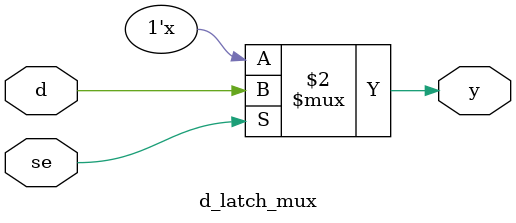
<source format=v>
module d_latch_mux(input d,se, output reg y);
  always@(*)begin
    case(se)
      1'b0 :y = y;
      1'b1 :y = d;
    endcase
  end
endmodule

</source>
